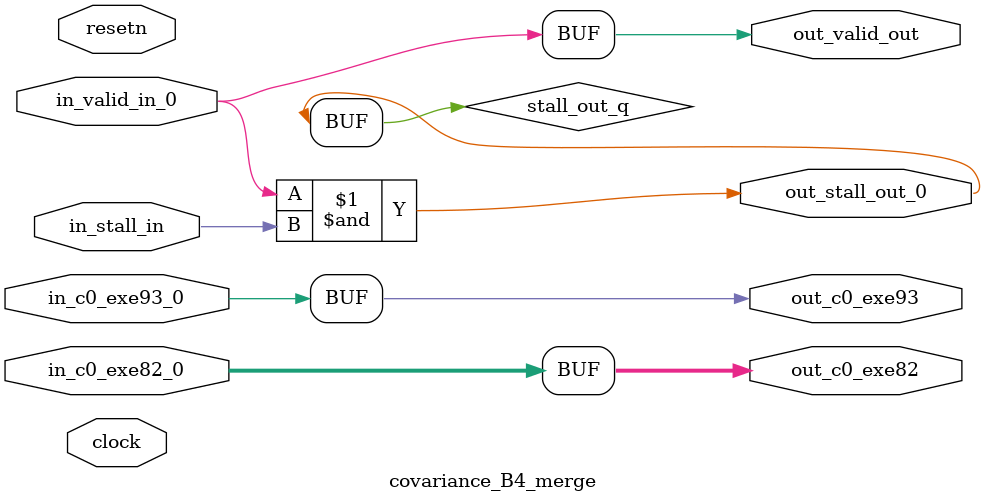
<source format=sv>



(* altera_attribute = "-name AUTO_SHIFT_REGISTER_RECOGNITION OFF; -name MESSAGE_DISABLE 10036; -name MESSAGE_DISABLE 10037; -name MESSAGE_DISABLE 14130; -name MESSAGE_DISABLE 14320; -name MESSAGE_DISABLE 15400; -name MESSAGE_DISABLE 14130; -name MESSAGE_DISABLE 10036; -name MESSAGE_DISABLE 12020; -name MESSAGE_DISABLE 12030; -name MESSAGE_DISABLE 12010; -name MESSAGE_DISABLE 12110; -name MESSAGE_DISABLE 14320; -name MESSAGE_DISABLE 13410; -name MESSAGE_DISABLE 113007; -name MESSAGE_DISABLE 10958" *)
module covariance_B4_merge (
    input wire [31:0] in_c0_exe82_0,
    input wire [0:0] in_c0_exe93_0,
    input wire [0:0] in_stall_in,
    input wire [0:0] in_valid_in_0,
    output wire [31:0] out_c0_exe82,
    output wire [0:0] out_c0_exe93,
    output wire [0:0] out_stall_out_0,
    output wire [0:0] out_valid_out,
    input wire clock,
    input wire resetn
    );

    wire [0:0] stall_out_q;


    // out_c0_exe82(GPOUT,6)
    assign out_c0_exe82 = in_c0_exe82_0;

    // out_c0_exe93(GPOUT,7)
    assign out_c0_exe93 = in_c0_exe93_0;

    // stall_out(LOGICAL,10)
    assign stall_out_q = in_valid_in_0 & in_stall_in;

    // out_stall_out_0(GPOUT,8)
    assign out_stall_out_0 = stall_out_q;

    // out_valid_out(GPOUT,9)
    assign out_valid_out = in_valid_in_0;

endmodule

</source>
